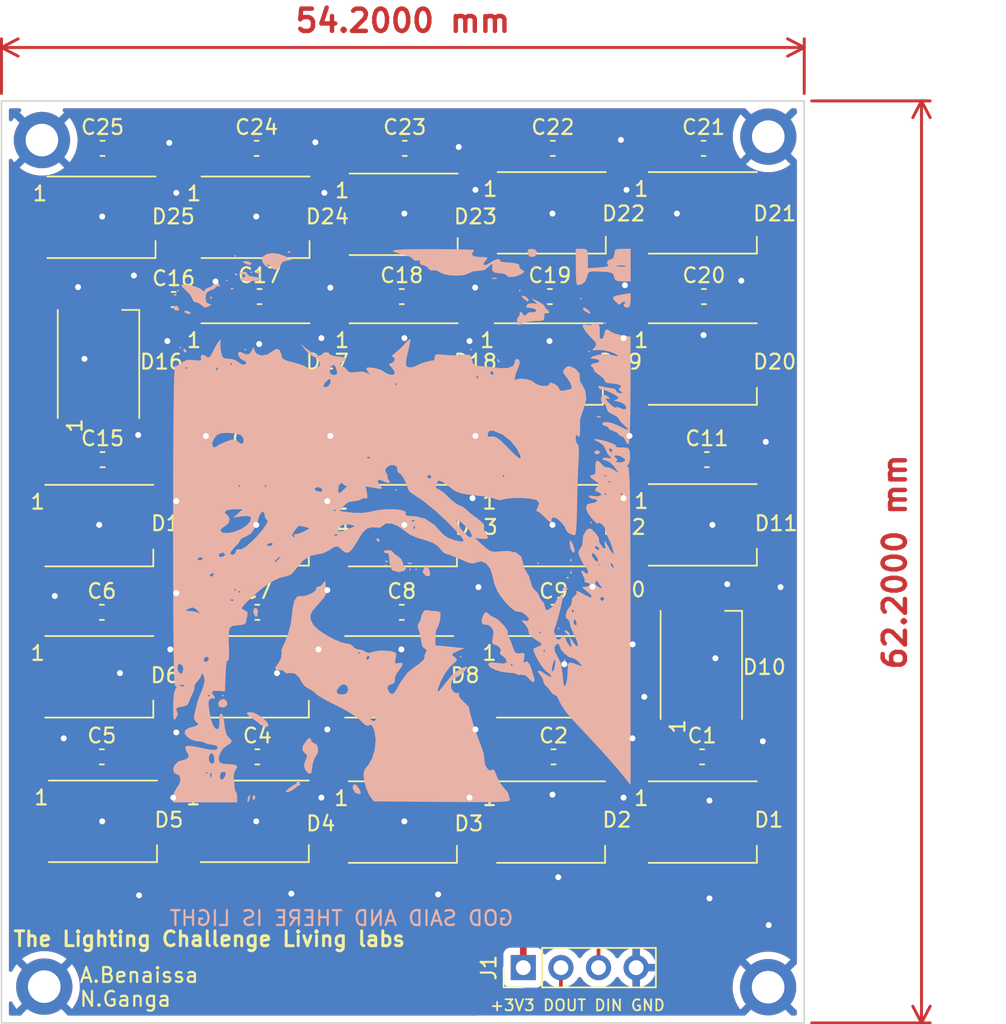
<source format=kicad_pcb>
(kicad_pcb (version 20221018) (generator pcbnew)
  (layers (0 "F.Cu" signal) (31 "B.Cu" signal) (34 "B.Paste" user) (35 "F.Paste" user) (36 "B.SilkS" user "B.Silkscreen") (37 "F.SilkS" user "F.Silkscreen") (38 "B.Mask" user) (39 "F.Mask" user) (44 "Edge.Cuts" user))
  (net 0 "")
  (net 1 "+3V3")
  (net 2 "GND")
  (net 3 "DIN")
  (net 4 "DTUS")
  (net 5 "DOUT")
  (net 6 "/LED's/Data-1")
  (net 7 "/LED's/Data-2")
  (net 8 "/LED's/Data-3")
  (net 9 "/LED's/Data-4")
  (net 10 "/LED's/Data-5")
  (net 11 "/LED's/Data-6")
  (net 12 "/LED's/Data-7")
  (net 13 "/LED's/Data-8")
  (net 14 "/LED's/Data-9")
  (net 15 "/LED's/Data-10")
  (net 16 "/LED's/Data-11")
  (net 17 "/LED's/Data-12")
  (net 18 "/LED's/Data-13")
  (net 19 "/LED's/Data-15")
  (net 20 "/LED's/Data-16")
  (net 21 "/LED's/Data-17")
  (net 22 "/LED's/Data-18")
  (net 23 "/LED's/Data-19")
  (net 24 "/LED's/Data-20")
  (net 25 "/LED's/Data-21")
  (net 26 "/LED's/Data-22")
  (net 27 "/LED's/Data-23")
  (net 28 "/LED's/Data-24")
  (footprint "Capacitor_SMD:C_0603_1608Metric" (layer "F.Cu") (at 155.425 73.2)
    (fp_text reference "C22")
    (fp_text value "0.1u" hide)
  )
  (footprint "LED_SMD:LED_WS2812B_PLCC4_5.0x5.0mm_P3.2mm" (layer "F.Cu") (at 155.15 87.75)
    (fp_text reference "D19")
    (fp_text value "WS2812B" hide)
  )
  (footprint "LED_SMD:LED_WS2812B_PLCC4_5.0x5.0mm_P3.2mm" (layer "F.Cu") (at 145.35 87.75)
    (fp_text reference "D18")
    (fp_text value "WS2812B" hide)
  )
  (footprint "LED_SMD:LED_WS2812B_PLCC4_5.0x5.0mm_P3.2mm" (layer "F.Cu") (at 124.8 108.85)
    (fp_text reference "D6")
    (fp_text value "WS2812B" hide)
  )
  (footprint "Capacitor_SMD:C_0603_1608Metric" (layer "F.Cu") (at 145.225 104.5)
    (fp_text reference "C8")
    (fp_text value "0.1u" hide)
  )
  (footprint "Capacitor_SMD:C_0603_1608Metric" (layer "F.Cu") (at 155.225 83.2)
    (fp_text reference "C19")
    (fp_text value "0.1u" hide)
  )
  (footprint "LED_SMD:LED_WS2812B_PLCC4_5.0x5.0mm_P3.2mm" (layer "F.Cu") (at 124.95 77.85)
    (fp_text reference "D25")
    (fp_text value "WS2812B" hide)
  )
  (footprint "LED_SMD:LED_WS2812B_PLCC4_5.0x5.0mm_P3.2mm" (layer "F.Cu") (at 145.3 98.65)
    (fp_text reference "D13")
    (fp_text value "WS2812B" hide)
  )
  (footprint "Capacitor_SMD:C_0603_1608Metric" (layer "F.Cu") (at 165.625 83.2)
    (fp_text reference "C20")
    (fp_text value "0.1u" hide)
  )
  (footprint "LED_SMD:LED_WS2812B_PLCC4_5.0x5.0mm_P3.2mm" (layer "F.Cu") (at 155.35 77.55)
    (fp_text reference "D22")
    (fp_text value "WS2812B" hide)
  )
  (footprint "Capacitor_SMD:C_0603_1608Metric" (layer "F.Cu") (at 165.825 94.2)
    (fp_text reference "C11")
    (fp_text value "0.1u" hide)
  )
  (footprint "LED_SMD:LED_WS2812B_PLCC4_5.0x5.0mm_P3.2mm" (layer "F.Cu") (at 145.3 118.65)
    (fp_text reference "D3")
    (fp_text value "WS2812B" hide)
  )
  (footprint "LED_SMD:LED_WS2812B_PLCC4_5.0x5.0mm_P3.2mm" (layer "F.Cu") (at 165.55 77.55)
    (fp_text reference "D21")
    (fp_text value "WS2812B" hide)
  )
  (footprint "LED_SMD:LED_WS2812B_PLCC4_5.0x5.0mm_P3.2mm" (layer "F.Cu") (at 125.05 118.6)
    (fp_text reference "D5")
    (fp_text value "WS2812B" hide)
  )
  (footprint "LED_SMD:LED_WS2812B_PLCC4_5.0x5.0mm_P3.2mm" (layer "F.Cu") (at 135.35 77.85)
    (fp_text reference "D24")
    (fp_text value "WS2812B" hide)
  )
  (footprint "Capacitor_SMD:C_0603_1608Metric" (layer "F.Cu") (at 155.475 114.25)
    (fp_text reference "C2")
    (fp_text value "0.1u" hide)
  )
  (footprint "LED_SMD:LED_WS2812B_PLCC4_5.0x5.0mm_P3.2mm" (layer "F.Cu") (at 135.35 87.75)
    (fp_text reference "D17")
    (fp_text value "WS2812B" hide)
  )
  (footprint "LED_SMD:LED_WS2812B_PLCC4_5.0x5.0mm_P3.2mm" (layer "F.Cu") (at 155.3 98.65)
    (fp_text reference "D12")
    (fp_text value "WS2812B" hide)
  )
  (footprint "Capacitor_SMD:C_0603_1608Metric" (layer "F.Cu") (at 155.475 104.5)
    (fp_text reference "C9")
    (fp_text value "0.1u" hide)
  )
  (footprint "Capacitor_SMD:C_0603_1608Metric" (layer "F.Cu") (at 129.825 83.4)
    (fp_text reference "C16")
    (fp_text value "0.1u" hide)
  )
  (footprint "Capacitor_SMD:C_0603_1608Metric" (layer "F.Cu") (at 165.6 73.2)
    (fp_text reference "C21")
    (fp_text value "0.1u" hide)
  )
  (footprint "Capacitor_SMD:C_0603_1608Metric" (layer "F.Cu") (at 160.225 104.4)
    (fp_text reference "C10")
    (fp_text value "0.1u" hide)
  )
  (footprint "LED_SMD:LED_WS2812B_PLCC4_5.0x5.0mm_P3.2mm" (layer "F.Cu") (at 145.05 108.85)
    (fp_text reference "D8")
    (fp_text value "WS2812B" hide)
  )
  (footprint "Capacitor_SMD:C_0603_1608Metric" (layer "F.Cu") (at 145.425 94.2)
    (fp_text reference "C13")
    (fp_text value "0.1u" hide)
  )
  (footprint "Capacitor_SMD:C_0603_1608Metric" (layer "F.Cu") (at 145.425 73.2)
    (fp_text reference "C23")
    (fp_text value "0.1u" hide)
  )
  (footprint "MountingHole:MountingHole_2.2mm_M2_DIN965_Pad" (layer "F.Cu") (at 169.97 72.41)
    (fp_text reference "H1" hide)
    (fp_text value "MountingHole_Pad" hide)
  )
  (footprint "MountingHole:MountingHole_2.2mm_M2_DIN965_Pad" (layer "F.Cu") (at 169.96 129.79)
    (fp_text reference "H4" hide)
    (fp_text value "MountingHole_Pad" hide)
  )
  (footprint "Capacitor_SMD:C_0603_1608Metric" (layer "F.Cu") (at 135.625 83.2)
    (fp_text reference "C17")
    (fp_text value "0.1u" hide)
  )
  (footprint "LED_SMD:LED_WS2812B_PLCC4_5.0x5.0mm_P3.2mm" (layer "F.Cu") (at 155.3 118.65)
    (fp_text reference "D2")
    (fp_text value "WS2812B" hide)
  )
  (footprint "Capacitor_SMD:C_0603_1608Metric" (layer "F.Cu") (at 135.475 114.25)
    (fp_text reference "C4")
    (fp_text value "0.1u" hide)
  )
  (footprint "LED_SMD:LED_WS2812B_PLCC4_5.0x5.0mm_P3.2mm" (layer "F.Cu") (at 155.3 108.85)
    (fp_text reference "D9")
    (fp_text value "WS2812B" hide)
  )
  (footprint "Capacitor_SMD:C_0603_1608Metric" (layer "F.Cu") (at 135.475 104.5)
    (fp_text reference "C7")
    (fp_text value "0.1u" hide)
  )
  (footprint "Capacitor_SMD:C_0603_1608Metric" (layer "F.Cu") (at 124.975 104.5)
    (fp_text reference "C6")
    (fp_text value "0.1u" hide)
  )
  (footprint "Capacitor_SMD:C_0603_1608Metric" (layer "F.Cu") (at 155.425 94.2)
    (fp_text reference "C12")
    (fp_text value "0.1u" hide)
  )
  (footprint "MountingHole:MountingHole_2.2mm_M2_DIN965_Pad" (layer "F.Cu") (at 121.09 129.75)
    (fp_text reference "H3" hide)
    (fp_text value "MountingHole_Pad" hide)
  )
  (footprint "Capacitor_SMD:C_0603_1608Metric" (layer "F.Cu") (at 165.5 114.25)
    (fp_text reference "C1")
    (fp_text value "0.1u" hide)
  )
  (footprint "LED_SMD:LED_WS2812B_PLCC4_5.0x5.0mm_P3.2mm" (layer "F.Cu") (at 135.3 98.6)
    (fp_text reference "D14")
    (fp_text value "WS2812B" hide)
  )
  (footprint "LED_SMD:LED_WS2812B_PLCC4_5.0x5.0mm_P3.2mm" (layer "F.Cu") (at 165.55 87.75)
    (fp_text reference "D20")
    (fp_text value "WS2812B" hide)
  )
  (footprint "LED_SMD:LED_WS2812B_PLCC4_5.0x5.0mm_P3.2mm" (layer "F.Cu") (at 165.55 98.6)
    (fp_text reference "D11")
    (fp_text value "WS2812B" hide)
  )
  (footprint "LED_SMD:LED_WS2812B_PLCC4_5.0x5.0mm_P3.2mm" (layer "F.Cu") (at 124.8 98.65)
    (fp_text reference "D15")
    (fp_text value "WS2812B" hide)
  )
  (footprint "LED_SMD:LED_WS2812B_PLCC4_5.0x5.0mm_P3.2mm" (layer "F.Cu") (at 165.45 108.05 90)
    (fp_text reference "D10")
    (fp_text value "WS2812B" hide)
  )
  (footprint "LED_SMD:LED_WS2812B_PLCC4_5.0x5.0mm_P3.2mm" (layer "F.Cu") (at 145.35 77.65)
    (fp_text reference "D23")
    (fp_text value "WS2812B" hide)
  )
  (footprint "LED_SMD:LED_WS2812B_PLCC4_5.0x5.0mm_P3.2mm" (layer "F.Cu") (at 124.75 87.75 90)
    (fp_text reference "D16")
    (fp_text value "WS2812B" hide)
  )
  (footprint "Capacitor_SMD:C_0603_1608Metric" (layer "F.Cu") (at 124.975 114.25)
    (fp_text reference "C5")
    (fp_text value "0.1u" hide)
  )
  (footprint "Capacitor_SMD:C_0603_1608Metric" (layer "F.Cu") (at 135.225 94.2)
    (fp_text reference "C14")
    (fp_text value "0.1u" hide)
  )
  (footprint "LED_SMD:LED_WS2812B_PLCC4_5.0x5.0mm_P3.2mm" (layer "F.Cu") (at 135.3 118.6)
    (fp_text reference "D4")
    (fp_text value "WS2812B" hide)
  )
  (footprint "Capacitor_SMD:C_0603_1608Metric" (layer "F.Cu") (at 125.025 94.2)
    (fp_text reference "C15")
    (fp_text value "0.1u" hide)
  )
  (footprint "Connector_PinHeader_2.54mm:PinHeader_1x04_P2.54mm_Vertical" (layer "F.Cu") (at 153.43 128.47 90)
    (fp_text reference "J1")
    (fp_text value "Conn_01x04_Socket" hide)
  )
  (footprint "Capacitor_SMD:C_0603_1608Metric" (layer "F.Cu") (at 145.475 114.25)
    (fp_text reference "C3")
    (fp_text value "0.1u" hide)
  )
  (footprint "Capacitor_SMD:C_0603_1608Metric" (layer "F.Cu") (at 145.225 83.2)
    (fp_text reference "C18")
    (fp_text value "0.1u" hide)
  )
  (footprint "Capacitor_SMD:C_0603_1608Metric" (layer "F.Cu") (at 125.025 73.2)
    (fp_text reference "C25")
    (fp_text value "0.1u" hide)
  )
  (footprint "LED_SMD:LED_WS2812B_PLCC4_5.0x5.0mm_P3.2mm" (layer "F.Cu") (at 135.3 108.85)
    (fp_text reference "D7")
    (fp_text value "WS2812B" hide)
  )
  (footprint "LED_SMD:LED_WS2812B_PLCC4_5.0x5.0mm_P3.2mm" (layer "F.Cu") (at 165.55 118.65)
    (fp_text reference "D1")
    (fp_text value "WS2812B" hide)
  )
  (footprint "MountingHole:MountingHole_2.2mm_M2_DIN965_Pad" (layer "F.Cu") (at 120.93 72.64)
    (fp_text reference "H2" hide)
    (fp_text value "MountingHole_Pad" hide)
  )
  (footprint "Capacitor_SMD:C_0603_1608Metric" (layer "F.Cu") (at 135.425 73.2)
    (fp_text reference "C24")
    (fp_text value "0.1u" hide)
  )
  (footprint "LOGO" (layer "B.Cu") (at 145.3 98.65 180)
    (fp_text reference "G***" hide)
    (fp_text value "LOGO" hide)
  )
  (gr_rect (start 118.2 70) (end 172.4 132.2) (stroke (width 0.1)) (fill none) (layer "Edge.Cuts"))
  (gr_text "GOD SAID AND THERE IS LIGHT" (at 152.85 125.72) (layer "B.SilkS") (effects (font (size 1 1)) (justify left bottom mirror)))
  (gr_text "The Lighting Challenge Living labs" (at 118.91 127.12) (layer "F.SilkS") (effects (font (size 1 1) (thickness 0.2) bold) (justify left bottom)))
  (gr_text "+3V3 DOUT DIN GND" (at 151.12 131.45) (layer "F.SilkS") (effects (font (size 0.75 0.75) (thickness 0.12)) (justify left bottom)))
  (gr_text "A.Benaissa\nN.Ganga" (at 123.4 131.17) (layer "F.SilkS") (effects (font (size 1 1)) (justify left bottom)))
  (dimension (type aligned) (layer "F.Cu") (pts (xy 118.2 70) (xy 172.4 70)) (height -3.6044) (gr_text "54,2000 mm" (at 145.3 64.5956) (layer "F.Cu") (effects (font (size 1.5 1.5) (thickness 0.3)))) (format (prefix "") (suffix "") (units 3) (units_format 1) (precision 4)) (style (thickness 0.2) (arrow_length 1.27) (text_position_mode 0) (extension_height 0.58642) (extension_offset 0.5) keep_text_aligned))
  (dimension (type aligned) (layer "F.Cu") (pts (xy 172.4 70) (xy 172.4 132.2)) (height -7.9146) (gr_text "62,2000 mm" (at 178.5146 101.1 90) (layer "F.Cu") (effects (font (size 1.5 1.5) (thickness 0.3)))) (format (prefix "") (suffix "") (units 3) (units_format 1) (precision 4)) (style (thickness 0.2) (arrow_length 1.27) (text_position_mode 0) (extension_height 0.58642) (extension_offset 0.5) keep_text_aligned))
  (segment (start 134.2 74.6) (end 132.9 75.9) (width 0.25) (layer "F.Cu") (net 1))
  (segment (start 153.43 126.44) (end 156.24 123.63) (width 0.45) (layer "F.Cu") (net 1))
  (segment (start 144.7 115.1) (end 145.2 115.6) (width 0.25) (layer "F.Cu") (net 1))
  (segment (start 124.4 106) (end 123.2 107.2) (width 0.25) (layer "F.Cu") (net 1))
  (segment (start 124.2 115.6) (end 122.85 116.95) (width 0.25) (layer "F.Cu") (net 1))
  (segment (start 155 115.6) (end 153.6 117) (width 0.25) (layer "F.Cu") (net 1))
  (segment (start 164.725 114.25) (end 163.8 113.325) (width 0.45) (layer "F.Cu") (net 1))
  (segment (start 123.2 107.2) (end 122.35 107.2) (width 0.25) (layer "F.Cu") (net 1))
  (segment (start 144.7 114.25) (end 144.7 115.1) (width 0.25) (layer "F.Cu") (net 1))
  (segment (start 164.4 74.6) (end 164.2 74.6) (width 0.45) (layer "F.Cu") (net 1))
  (segment (start 142.85 117) (end 142.85 116.95) (width 0.25) (layer "F.Cu") (net 1))
  (segment (start 164.8 122.08) (end 164.8 118.52) (width 0.45) (layer "F.Cu") (net 1))
  (segment (start 125 74.6) (end 124.25 73.85) (width 0.25) (layer "F.Cu") (net 1))
  (segment (start 164.2 95.05) (end 165.05 94.2) (width 0.25) (layer "F.Cu") (net 1))
  (segment (start 123.1 93.05) (end 123.1 90.2) (width 0.45) (layer "F.Cu") (net 1))
  (segment (start 124.25 94.2) (end 123.1 93.05) (width 0.45) (layer "F.Cu") (net 1))
  (segment (start 132.85 96.55) (end 132.85 96.95) (width 0.25) (layer "F.Cu") (net 1))
  (segment (start 135.2 74.6) (end 134.65 74.05) (width 0.25) (layer "F.Cu") (net 1))
  (segment (start 161.2 115.6) (end 156.05 115.6) (width 0.45) (layer "F.Cu") (net 1))
  (segment (start 154.65 94.2) (end 154.65 94.65) (width 0.25) (layer "F.Cu") (net 1))
  (segment (start 154.7 105.3) (end 154.7 104.5) (width 0.25) (layer "F.Cu") (net 1))
  (segment (start 154 95.6) (end 145.2 95.6) (width 0.45) (layer "F.Cu") (net 1))
  (segment (start 162.6 117) (end 161.2 115.6) (width 0.45) (layer "F.Cu") (net 1))
  (segment (start 164.8 96.2) (end 164.2 95.6) (width 0.45) (layer "F.Cu") (net 1))
  (segment (start 134.45 95.25) (end 134.8 95.6) (width 0.25) (layer "F.Cu") (net 1))
  (segment (start 164.8 107.2) (end 163.8 108.2) (width 0.45) (layer "F.Cu") (net 1))
  (segment (start 144.2 115.6) (end 135.6 115.6) (width 0.45) (layer "F.Cu") (net 1))
  (segment (start 163.1 75.3) (end 163.1 75.9) (width 0.25) (layer "F.Cu") (net 1))
  (segment (start 153.43 128.47) (end 153.43 126.44) (width 0.45) (layer "F.Cu") (net 1))
  (segment (start 152.85 96.75) (end 154 95.6) (width 0.25) (layer "F.Cu") (net 1))
  (segment (start 142.85 97) (end 142.85 96.75) (width 0.25) (layer "F.Cu") (net 1))
  (segment (start 134.05 106) (end 132.85 107.2) (width 0.25) (layer "F.Cu") (net 1))
  (segment (start 135.2 74.6) (end 134.2 74.6) (width 0.45) (layer "F.Cu") (net 1))
  (segment (start 125.55 115.6) (end 124.2 114.25) (width 0.25) (layer "F.Cu") (net 1))
  (segment (start 124.6 106) (end 124.2 105.6) (width 0.25) (layer "F.Cu") (net 1))
  (segment (start 164.2 74.6) (end 163.8 74.6) (width 0.45) (layer "F.Cu") (net 1))
  (segment (start 164.2 95.6) (end 155.6 95.6) (width 0.45) (layer "F.Cu") (net 1))
  (segment (start 123.1 90.2) (end 123.4 90.2) (width 0.25) (layer "F.Cu") (net 1))
  (segment (start 144.4 74.6) (end 135.2 74.6) (width 0.45) (layer "F.Cu") (net 1))
  (segment (start 164.8 107.2) (end 164.8 103.2) (width 0.45) (layer "F.Cu") (net 1))
  (segment (start 145.2 95.6) (end 144 95.6) (width 0.45) (layer "F.Cu") (net 1))
  (segment (start 132.9 75.9) (end 132.9 76.2) (width 0.25) (layer "F.Cu") (net 1))
  (segment (start 135.4 106) (end 134.7 105.3) (width 0.25) (layer "F.Cu") (net 1))
  (segment (start 155 115.6) (end 145.2 115.6) (width 0.45) (layer "F.Cu") (net 1))
  (segment (start 159.45 104.4) (end 157.85 106) (width 0.45) (layer "F.Cu") (net 1))
  (segment (start 145.2 74.6) (end 144.4 74.6) (width 0.45) (layer "F.Cu") (net 1))
  (segment (start 134.65 74.05) (end 134.65 73.2) (width 0.25) (layer "F.Cu") (net 1))
  (segment (start 143.4 106) (end 135.4 106) (width 0.45) (layer "F.Cu") (net 1))
  (segment (start 142.6 106.8) (end 142.6 107.2) (width 0.25) (layer "F.Cu") (net 1))
  (segment (start 135.4 106) (end 134.2 106) (width 0.45) (layer "F.Cu") (net 1))
  (segment (start 134.2 74.6) (end 125 74.6) (width 0.45) (layer "F.Cu") (net 1))
  (segment (start 163.05 85) (end 164.85 83.2) (width 0.45) (layer "F.Cu") (net 1))
  (segment (start 145.4 106) (end 144.45 105.05) (width 0.25) (layer "F.Cu") (net 1))
  (segment (start 124.25 73.85) (end 124.25 73.2) (width 0.25) (layer "F.Cu") (net 1))
  (segment (start 164.825 73.975) (end 164.825 73.2) (width 0.25) (layer "F.Cu") (net 1))
  (segment (start 141.2 85) (end 143.6 85) (width 0.45) (layer "F.Cu") (net 1))
  (segment (start 152.9 75.7) (end 152.9 75.9) (width 0.25) (layer "F.Cu") (net 1))
  (segment (start 153.6 117) (end 152.85 117) (width 0.25) (layer "F.Cu") (net 1))
  (segment (start 154.65 73.2) (end 154.65 73.85) (width 0.25) (layer "F.Cu") (net 1))
  (segment (start 154.65 73.85) (end 155.4 74.6) (width 0.25) (layer "F.Cu") (net 1))
  (segment (start 144.4 74.6) (end 144.3 74.6) (width 0.25) (layer "F.Cu") (net 1))
  (segment (start 134.7 114.7) (end 135.6 115.6) (width 0.25) (layer "F.Cu") (net 1))
  (segment (start 124.1 74.6) (end 122.5 76.2) (width 0.25) (layer "F.Cu") (net 1))
  (segment (start 165.6 75.8) (end 164.4 74.6) (width 0.45) (layer "F.Cu") (net 1))
  (segment (start 164.8 118.7) (end 163.1 117) (width 0.45) (layer "F.Cu") (net 1))
  (segment (start 164.8 103.2) (end 160.65 103.2) (width 0.45) (layer "F.Cu") (net 1))
  (segment (start 129.05 84.25) (end 129.05 83.4) (width 0.25) (layer "F.Cu") (net 1))
  (segment (start 123.4 90.2) (end 128.6 85) (width 0.45) (layer "F.Cu") (net 1))
  (segment (start 164.2 74.6) (end 164.825 73.975) (width 0.25) (layer "F.Cu") (net 1))
  (segment (start 134.2 106) (end 124.6 106) (width 0.45) (layer "F.Cu") (net 1))
  (segment (start 151.2 85) (end 151.6 85) (width 0.25) (layer "F.Cu") (net 1))
  (segment (start 164.15 96.95) (end 164.8 97.6) (width 0.25) (layer "F.Cu") (net 1))
  (segment (start 156.05 115.6) (end 154.7 114.25) (width 0.25) (layer "F.Cu") (net 1))
  (segment (start 143.6 85) (end 151.2 85) (width 0.45) (layer "F.Cu") (net 1))
  (segment (start 145.4 106) (end 143.4 106) (width 0.45) (layer "F.Cu") (net 1))
  (segment (start 144.65 74.05) (end 144.65 73.2) (width 0.25) (layer "F.Cu") (net 1))
  (segment (start 128.6 85) (end 129.8 85) (width 0.45) (layer "F.Cu") (net 1))
  (segment (start 155.4 106) (end 153.6 106) (width 0.45) (layer "F.Cu") (net 1))
  (segment (start 135.6 115.6) (end 134.2 115.6) (width 0.45) (layer "F.Cu") (net 1))
  (segment (start 156.24 123.63) (end 163.25 123.63) (width 0.45) (layer "F.Cu") (net 1))
  (segment (start 151.6 85) (end 152.7 86.1) (width 0.25) (layer "F.Cu") (net 1))
  (segment (start 161.4 85) (end 163.05 85) (width 0.45) (layer "F.Cu") (net 1))
  (segment (start 134.2 85) (end 141.2 85) (width 0.45) (layer "F.Cu") (net 1))
  (segment (start 124.6 106) (end 124.4 106) (width 0.25) (layer "F.Cu") (net 1))
  (segment (start 164.8 98.3) (end 164.8 97.6) (width 0.45) (layer "F.Cu") (net 1))
  (segment (start 164.8 118.52) (end 164.8 114.325) (width 0.45) (layer "F.Cu") (net 1))
  (segment (start 124.8 95.6) (end 123.75 95.6) (width 0.25) (layer "F.Cu") (net 1))
  (segment (start 131.4 85) (end 131.8 85) (width 0.25) (layer "F.Cu") (net 1))
  (segment (start 144.45 105.05) (end 144.45 104.5) (width 0.25) (layer "F.Cu") (net 1))
  (segment (start 154.45 83.2) (end 154.45 84.35) (width 0.25) (layer "F.Cu") (net 1))
  (segment (start 153.8 85) (end 161.4 85) (width 0.45) (layer "F.Cu") (net 1))
  (segment (start 142.85 116.95) (end 144.2 115.6) (width 0.25) (layer "F.Cu") (net 1))
  (segment (start 152.85 106.75) (end 152.85 107.2) (width 0.25) (layer "F.Cu") (net 1))
  (segment (start 163.8 74.6) (end 163.1 75.3) (width 0.25) (layer "F.Cu") (net 1))
  (segment (start 154 74.6) (end 145.2 74.6) (width 0.45) (layer "F.Cu") (net 1))
  (segment (start 155.4 74.6) (end 154 74.6) (width 0.45) (layer "F.Cu") (net 1))
  (segment (start 142.9 86.1) (end 141.8 85) (width 0.25) (layer "F.Cu") (net 1))
  (segment (start 164.2 95.6) (end 164.2 95.05) (width 0.25) (layer "F.Cu") (net 1))
  (segment (start 163.25 123.63) (end 164.8 122.08) (width 0.45) (layer "F.Cu") (net 1))
  (segment (start 134.85 84.35) (end 134.2 85) (width 0.25) (layer "F.Cu") (net 1))
  (segment (start 145.2 115.6) (end 144.2 115.6) (width 0.25) (layer "F.Cu") (net 1))
  (segment (start 164.85 81.95) (end 165.6 81.2) (width 0.45) (layer "F.Cu") (net 1))
  (segment (start 163.1 96.95) (end 164.15 96.95) (width 0.25) (layer "F.Cu") (net 1))
  (segment (start 164.8 118.7) (end 164.8 118.52) (width 0.25) (layer "F.Cu") (net 1))
  (segment (start 134.7 105.3) (end 134.7 104.5) (width 0.25) (layer "F.Cu") (net 1))
  (segment (start 134.2 106) (end 134.05 106) (width 0.25) (layer "F.Cu") (net 1))
  (segment (start 124.25 95.05) (end 124.25 94.2) (width 0.45) (layer "F.Cu") (net 1))
  (segment (start 153.6 106) (end 152.85 106.75) (width 0.25) (layer "F.Cu") (net 1))
  (segment (start 144.45 83.2) (end 144.45 84.15) (width 0.25) (layer "F.Cu") (net 1))
  (segment (start 133.8 95.6) (end 124.8 95.6) (width 0.45) (layer "F.Cu") (net 1))
  (segment (start 144 95.6) (end 134.8 95.6) (width 0.45) (layer "F.Cu") (net 1))
  (segment (start 131.8 85) (end 132.9 86.1) (width 0.25) (layer "F.Cu") (net 1))
  (segment (start 123.75 95.6) (end 122.35 97) (width 0.25) (layer "F.Cu") (net 1))
  (segment (start 144.45 84.15) (end 143.6 85) (width 0.25) (layer "F.Cu") (net 1))
  (segment (start 164.8 97.6) (end 164.8 96.2) (width 0.45) (layer "F.Cu") (net 1))
  (segment (start 165.6 81.2) (end 165.6 75.8) (width 0.45) (layer "F.Cu") (net 1))
  (segment (start 154.65 94.65) (end 155.6 95.6) (width 0.25) (layer "F.Cu") (net 1))
  (segment (start 144.3 74.6) (end 142.9 76) (width 0.25) (layer "F.Cu") (net 1))
  (segment (start 124.2 105.6) (end 124.2 104.5) (width 0.25) (layer "F.Cu") (net 1))
  (segment (start 157.85 106) (end 155.4 106) (width 0.45) (layer "F.Cu") (net 1))
  (segment (start 161.4 85) (end 162 85) (width 0.25) (layer "F.Cu") (net 1))
  (segment (start 164.8 103.2) (end 164.8 98.35) (width 0.45) (layer "F.Cu") (net 1))
  (segment (start 163.1 117) (end 162.6 117) (width 0.25) (layer "F.Cu") (net 1))
  (segment (start 164.85 83.2) (end 164.85 81.95) (width 0.45) (layer "F.Cu") (net 1))
  (segment (start 142.85 96.75) (end 144 95.6) (width 0.25) (layer "F.Cu") (net 1))
  (segment (start 152.85 97) (end 152.85 96.75) (width 0.25) (layer "F.Cu") (net 1))
  (segment (start 133.8 95.6) (end 132.85 96.55) (width 0.25) (layer "F.Cu") (net 1))
  (segment (start 143.4 106) (end 142.6 106.8) (width 0.25) (layer "F.Cu") (net 1))
  (segment (start 134.8 95.6) (end 133.8 95.6) (width 0.45) (layer "F.Cu") (net 1))
  (segment (start 162 85) (end 163.1 86.1) (width 0.25) (layer "F.Cu") (net 1))
  (segment (start 132.85 116.95) (end 134.2 115.6) (width 0.25) (layer "F.Cu") (net 1))
  (segment (start 144.65 94.2) (end 144.65 95.05) (width 0.25) (layer "F.Cu") (net 1))
  (segment (start 163.8 113.325) (end 163.8 110.5) (width 0.45) (layer "F.Cu") (net 1))
  (segment (start 134.85 83.2) (end 134.85 84.35) (width 0.25) (layer "F.Cu") (net 1))
  (segment (start 155.4 106) (end 154.7 105.3) (width 0.25) (layer "F.Cu") (net 1))
  (segment (start 145.2 74.6) (end 144.65 74.05) (width 0.25) (layer "F.Cu") (net 1))
  (segment (start 134.2 115.6) (end 125.55 115.6) (width 0.45) (layer "F.Cu") (net 1))
  (segment (start 155.6 95.6) (end 154 95.6) (width 0.45) (layer "F.Cu") (net 1))
  (segment (start 141.8 85) (end 141.2 85) (width 0.25) (layer "F.Cu") (net 1))
  (segment (start 144.65 95.05) (end 145.2 95.6) (width 0.25) (layer "F.Cu") (net 1))
  (segment (start 160.65 103.2) (end 159.45 104.4) (width 0.45) (layer "F.Cu") (net 1))
  (segment (start 131.4 85) (end 134.2 85) (width 0.45) (layer "F.Cu") (net 1))
  (segment (start 134.45 94.2) (end 134.45 95.25) (width 0.25) (layer "F.Cu") (net 1))
  (segment (start 124.8 95.6) (end 124.25 95.05) (width 0.45) (layer "F.Cu") (net 1))
  (segment (start 129.8 85) (end 131.4 85) (width 0.45) (layer "F.Cu") (net 1))
  (segment (start 134.7 114.25) (end 134.7 114.7) (width 0.25) (layer "F.Cu") (net 1))
  (segment (start 156.05 115.6) (end 155 115.6) (width 0.45) (layer "F.Cu") (net 1))
  (segment (start 151.2 85) (end 153.8 85) (width 0.45) (layer "F.Cu") (net 1))
  (segment (start 129.8 85) (end 129.05 84.25) (width 0.25) (layer "F.Cu") (net 1))
  (segment (start 125.55 115.6) (end 124.2 115.6) (width 0.45) (layer "F.Cu") (net 1))
  (segment (start 163.8 74.6) (end 155.4 74.6) (width 0.45) (layer "F.Cu") (net 1))
  (segment (start 153.6 106) (end 145.4 106) (width 0.45) (layer "F.Cu") (net 1))
  (segment (start 154.45 84.35) (end 153.8 85) (width 0.25) (layer "F.Cu") (net 1))
  (segment (start 163.8 108.2) (end 163.8 110.5) (width 0.45) (layer "F.Cu") (net 1))
  (segment (start 122.85 116.95) (end 122.6 116.95) (width 0.25) (layer "F.Cu") (net 1))
  (segment (start 125 74.6) (end 124.1 74.6) (width 0.45) (layer "F.Cu") (net 1))
  (segment (start 154 74.6) (end 152.9 75.7) (width 0.25) (layer "F.Cu") (net 1))
  (segment (start 148.98 73.2) (end 149.07 73.11) (width 0.25) (layer "F.Cu") (net 2))
  (segment (start 137.75 110.5) (end 138.3 110.5) (width 0.25) (layer "F.Cu") (net 2))
  (segment (start 161 106.47) (end 160.81 106.66) (width 0.25) (layer "F.Cu") (net 2))
  (segment (start 166.4 83.2) (end 167 83.2) (width 0.25) (layer "F.Cu") (net 2))
  (segment (start 140.2 102.7) (end 140.2 103) (width 0.25) (layer "F.Cu") (net 2))
  (segment (start 150.25 102.8) (end 150.4 102.8) (width 0.25) (layer "F.Cu") (net 2))
  (segment (start 156.25 104.5) (end 156.38 104.5) (width 0.25) (layer "F.Cu") (net 2))
  (segment (start 157.75 120.3) (end 157.75 120.41) (width 0.25) (layer "F.Cu") (net 2))
  (segment (start 130 103.05) (end 130 103.2) (width 0.25) (layer "F.Cu") (net 2))
  (segment (start 167.1 102.7) (end 167.2 102.6) (width 0.25) (layer "F.Cu") (net 2))
  (segment (start 157.75 110.5) (end 158.3 110.5) (width 0.25) (layer "F.Cu") (net 2))
  (segment (start 157.6 89.4) (end 157.6 89.6) (width 0.25) (layer "F.Cu") (net 2))
  (segment (start 147.5 110.5) (end 148.3 110.5) (width 0.25) (layer "F.Cu") (net 2))
  (via (at 127.43 92.54) (size 0.8) (drill 0.4) (layers "F.Cu" "B.Cu") (net 2))
  (via (at 160.4 76) (size 0.8) (drill 0.4) (layers "F.Cu" "B.Cu") (net 2))
  (via (at 139.6 107) (size 0.8) (drill 0.4) (layers "F.Cu" "B.Cu") (net 2))
  (via (at 130 76.2) (size 0.8) (drill 0.4) (layers "F.Cu" "B.Cu") (net 2))
  (via (at 149.07 73.11) (size 0.8) (drill 0.4) (layers "F.Cu" "B.Cu") (net 2))
  (via (at 127.14 81.78) (size 0.8) (drill 0.4) (layers "F.Cu" "B.Cu") (net 2))
  (via (at 160.29 82.43) (size 0.8) (drill 0.4) (layers "F.Cu" "B.Cu") (net 2))
  (via (at 150.2 92.6) (size 0.8) (drill 0.4) (layers "F.Cu" "B.Cu") (net 2))
  (via (at 150.4 102.8) (size 0.8) (drill 0.4) (layers "F.Cu" "B.Cu") (net 2))
  (via (at 160.81 106.66) (size 0.8) (drill 0.4) (layers "F.Cu" "B.Cu") (net 2))
  (via (at 135.4 77.8) (size 0.8) (drill 0.4) (layers "F.Cu" "B.Cu") (net 2))
  (via (at 125 77.8) (size 0.8) (drill 0.4) (layers "F.Cu" "B.Cu") (net 2))
  (via (at 126.2 108.6) (size 0.8) (drill 0.4) (layers "F.Cu" "B.Cu") (net 2))
  (via (at 121.8 103.4) (size 0.8) (drill 0.4) (layers "F.Cu" "B.Cu") (net 2))
  (via (at 166.4 107.6) (size 0.8) (drill 0.4) (layers "F.Cu" "B.Cu") (net 2))
  (via (at 170 125.6) (size 0.8) (drill 0.4) (layers "F.Cu" "B.Cu") (net 2))
  (via (at 129.4 86.2) (size 0.8) (drill 0.4) (layers "F.Cu" "B.Cu") (net 2))
  (via (at 145.4 86) (size 0.8) (drill 0.4) (layers "F.Cu" "B.Cu") (net 2))
  (via (at 149.8 117) (size 0.8) (drill 0.4) (layers "F.Cu" "B.Cu") (net 2))
  (via (at 158.1 102.78) (size 0.8) (drill 0.4) (layers "F.Cu" "B.Cu") (net 2))
  (via (at 130 112.6) (size 0.8) (drill 0.4) (layers "F.Cu" "B.Cu") (net 2))
  (via (at 160.2 117) (size 0.8) (drill 0.4) (layers "F.Cu" "B.Cu") (net 2))
  (via (at 140.4 92.6) (size 0.8) (drill 0.4) (layers "F.Cu" "B.Cu") (net 2))
  (via (at 155.4 77.6) (size 0.8) (drill 0.4) (layers "F.Cu" "B.Cu") (net 2))
  (via (at 124.8 98.6) (size 0.8) (drill 0.4) (layers "F.Cu" "B.Cu") (net 2))
  (via (at 145.4 77.6) (size 0.8) (drill 0.4) (layers "F.Cu" "B.Cu") (net 2))
  (via (at 135.6 86.4) (size 0.8) (drill 0.4) (layers "F.Cu" "B.Cu") (net 2))
  (via (at 140.2 97) (size 0.8) (drill 0.4) (layers "F.Cu" "B.Cu") (net 2))
  (via (at 140.2 103) (size 0.8) (drill 0.4) (layers "F.Cu" "B.Cu") (net 2))
  (via (at 147.68 123.53) (size 0.8) (drill 0.4) (layers "F.Cu" "B.Cu") (net 2))
  (via (at 169.6 113.2) (size 0.8) (drill 0.4) (layers "F.Cu" "B.Cu") (net 2))
  (via (at 165.6 85.8) (size 0.8) (drill 0.4) (layers "F.Cu" "B.Cu") (net 2))
  (via (at 129.8 117) (size 0.8) (drill 0.4) (layers "F.Cu" "B.Cu") (net 2))
  (via (at 160.2 96.8) (size 0.8) (drill 0.4) (layers "F.Cu" "B.Cu") (net 2))
  (via (at 125 118.6) (size 0.8) (drill 0.4) (layers "F.Cu" "B.Cu") (net 2))
  (via (at 123.8 87.4) (size 0.8) (drill 0.4) (layers "F.Cu" "B.Cu") (net 2))
  (via (at 130 103.2) (size 0.8) (drill 0.4) (layers "F.Cu" "B.Cu") (net 2))
  (via (at 130 97) (size 0.8) (drill 0.4) (layers "F.Cu" "B.Cu") (net 2))
  (via (at 166 123.8) (size 0.8) (drill 0.4) (layers "F.Cu" "B.Cu") (net 2))
  (via (at 132.65 82.18) (size 0.8) (drill 0.4) (layers "F.Cu" "B.Cu") (net 2))
  (via (at 166 117.2) (size 0.8) (drill 0.4) (layers "F.Cu" "B.Cu") (net 2))
  (via (at 139.8 86) (size 0.8) (drill 0.4) (layers "F.Cu" "B.Cu") (net 2))
  (via (at 155.2 86.2) (size 0.8) (drill 0.4) (layers "F.Cu" "B.Cu") (net 2))
  (via (at 160.02 72.63) (size 0.8) (drill 0.4) (layers "F.Cu" "B.Cu") (net 2))
  (via (at 166.2 98.6) (size 0.8) (drill 0.4) (layers "F.Cu" "B.Cu") (net 2))
  (via (at 168.15 82.13) (size 0.8) (drill 0.4) (layers "F.Cu" "B.Cu") (net 2))
  (via (at 127.49 123.59) (size 0.8) (drill 0.4) (layers "F.Cu" "B.Cu") (net 2))
  (via (at 160.2 86) (size 0.8) (drill 0.4) (layers "F.Cu" "B.Cu") (net 2))
  (via (at 137.77 123.48) (size 0.8) (drill 0.4) (layers "F.Cu" "B.Cu") (net 2))
  (via (at 155.4 116.8) (size 0.8) (drill 0.4) (layers "F.Cu" "B.Cu") (net 2))
  (via (at 150.2 76) (size 0.8) (drill 0.4) (layers "F.Cu" "B.Cu") (net 2))
  (via (at 155.79 122.37) (size 0.8) (drill 0.4) (layers "F.Cu" "B.Cu") (net 2))
  (via (at 167.2 102.6) (size 0.8) (drill 0.4) (layers "F.Cu" "B.Cu") (net 2))
  (via (at 139.39 72.79) (size 0.8) (drill 0.4) (layers "F.Cu" "B.Cu") (net 2))
  (via (at 139.8 117) (size 0.8) (drill 0.4) (layers "F.Cu" "B.Cu") (net 2))
  (via (at 156.2 108) (size 0.8) (drill 0.4) (layers "F.Cu" "B.Cu") (net 2))
  (via (at 160.6 92.6) (size 0.8) (drill 0.4) (layers "F.Cu" "B.Cu") (net 2))
  (via (at 145.2 107) (size 0.8) (drill 0.4) (layers "F.Cu" "B.Cu") (net 2))
  (via (at 149.8 86.2) (size 0.8) (drill 0.4) (layers "F.Cu" "B.Cu") (net 2))
  (via (at 123.37 82.56) (size 0.8) (drill 0.4) (layers "F.Cu" "B.Cu") (net 2))
  (via (at 150.2 112.4) (size 0.8) (drill 0.4) (layers "F.Cu" "B.Cu") (net 2))
  (via (at 150.18 82.59) (size 0.8) (drill 0.4) (layers "F.Cu" "B.Cu") (net 2))
  (via (at 122.4 113) (size 0.8) (drill 0.4) (layers "F.Cu" "B.Cu") (net 2))
  (via (at 135.4 98.6) (size 0.8) (drill 0.4) (layers "F.Cu" "B.Cu") (net 2))
  (via (at 140.2 112.4) (size 0.8) (drill 0.4) (layers "F.Cu" "B.Cu") (net 2))
  (via (at 160.8 113) (size 0.8) (drill 0.4) (layers "F.Cu" "B.Cu") (net 2))
  (via (at 145.4 118.6) (size 0.8) (drill 0.4) (layers "F.Cu" "B.Cu") (net 2))
  (via (at 145.4 98.6) (size 0.8) (drill 0.4) (layers "F.Cu" "B.Cu") (net 2))
  (via (at 140 76.2) (size 0.8) (drill 0.4) (layers "F.Cu" "B.Cu") (net 2))
  (via (at 163.8 77.6) (size 0.8) (drill 0.4) (layers "F.Cu" "B.Cu") (net 2))
  (via (at 129.53 72.83) (size 0.8) (drill 0.4) (layers "F.Cu" "B.Cu") (net 2))
  (via (at 155.4 98.6) (size 0.8) (drill 0.4) (layers "F.Cu" "B.Cu") (net 2))
  (via (at 135.4 118.6) (size 0.8) (drill 0.4) (layers "F.Cu" "B.Cu") (net 2))
  (via (at 129.6 107) (size 0.8) (drill 0.4) (layers "F.Cu" "B.Cu") (net 2))
  (via (at 136.8 108.6) (size 0.8) (drill 0.4) (layers "F.Cu" "B.Cu") (net 2))
  (via (at 140.4 82.6) (size 0.8) (drill 0.4) (layers "F.Cu" "B.Cu") (net 2))
  (via (at 132 92.61) (size 0.8) (drill 0.4) (layers "F.Cu" "B.Cu") (net 2))
  (via (at 161.6 110.2) (size 0.8) (drill 0.4) (layers "F.Cu" "B.Cu") (net 2))
  (via (at 150 96.8) (size 0.8) (drill 0.4) (layers "F.Cu" "B.Cu") (net 2))
  (via (at 169.8 93) (size 0.8) (drill 0.4) (layers "F.Cu" "B.Cu") (net 2))
  (via (at 170.8 102.8) (size 0.8) (drill 0.4) (layers "F.Cu" "B.Cu") (net 2))
  (segment (start 169.6 123.2) (end 169.6 118.6) (width 0.25) (layer "F.Cu") (net 3))
  (segment (start 169.6 118.6) (end 168 117) (width 0.25) (layer "F.Cu") (net 3))
  (segment (start 160.08 125.07) (end 167.73 125.07) (width 0.25) (layer "F.Cu") (net 3))
  (segment (start 158.51 128.47) (end 158.51 126.64) (width 0.25) (layer "F.Cu") (net 3))
  (segment (start 167.73 125.07) (end 169.6 123.2) (width 0.25) (layer "F.Cu") (net 3))
  (segment (start 158.51 126.64) (end 160.08 125.07) (width 0.25) (layer "F.Cu") (net 3))
  (segment (start 132.85 100.25) (end 130.5 100.25) (width 0.25) (layer "F.Cu") (net 4))
  (segment (start 130.5 100.25) (end 127.25 97) (width 0.25) (layer "F.Cu") (net 4))
  (segment (start 155.97 128.47) (end 155.97 129.82) (width 0.25) (layer "F.Cu") (net 5))
  (segment (start 148.37 128.66) (end 128.66 128.66) (width 0.25) (layer "F.Cu") (net 5))
  (segment (start 120 82) (end 122.5 79.5) (width 0.25) (layer "F.Cu") (net 5))
  (segment (start 154.81 130.98) (end 150.69 130.98) (width 0.25) (layer "F.Cu") (net 5))
  (segment (start 120 120) (end 120 82) (width 0.25) (layer "F.Cu") (net 5))
  (segment (start 155.97 129.82) (end 154.81 130.98) (width 0.25) (layer "F.Cu") (net 5))
  (segment (start 128.66 128.66) (end 120 120) (width 0.25) (layer "F.Cu") (net 5))
  (segment (start 150.69 130.98) (end 148.37 128.66) (width 0.25) (layer "F.Cu") (net 5))
  (segment (start 163.1 120.3) (end 161.05 120.3) (width 0.25) (layer "F.Cu") (net 6))
  (segment (start 161.05 120.3) (end 157.75 117) (width 0.25) (layer "F.Cu") (net 6))
  (segment (start 151.05 120.3) (end 147.75 117) (width 0.25) (layer "F.Cu") (net 7))
  (segment (start 152.85 120.3) (end 151.05 120.3) (width 0.25) (layer "F.Cu") (net 7))
  (segment (start 141.1 120.3) (end 137.75 116.95) (width 0.25) (layer "F.Cu") (net 8))
  (segment (start 142.85 120.3) (end 141.1 120.3) (width 0.25) (layer "F.Cu") (net 8))
  (segment (start 130.8 120.25) (end 127.5 116.95) (width 0.25) (layer "F.Cu") (net 9))
  (segment (start 132.85 120.25) (end 130.8 120.25) (width 0.25) (layer "F.Cu") (net 9))
  (segment (start 121.85 120.25) (end 120.6 119) (width 0.25) (layer "F.Cu") (net 10))
  (segment (start 126.2 107.2) (end 127.25 107.2) (width 0.25) (layer "F.Cu") (net 10))
  (segment (start 124.4 109) (end 126.2 107.2) (width 0.25) (layer "F.Cu") (net 10))
  (segment (start 122 109) (end 124.4 109) (width 0.25) (layer "F.Cu") (net 10))
  (segment (start 120.6 110.4) (end 122 109) (width 0.25) (layer "F.Cu") (net 10))
  (segment (start 120.6 119) (end 120.6 110.4) (width 0.25) (layer "F.Cu") (net 10))
  (segment (start 122.6 120.25) (end 121.85 120.25) (width 0.25) (layer "F.Cu") (net 10))
  (segment (start 125.8 109.4) (end 132.8 109.4) (width 0.25) (layer "F.Cu") (net 11))
  (segment (start 124.7 110.5) (end 125.8 109.4) (width 0.25) (layer "F.Cu") (net 11))
  (segment (start 122.35 110.5) (end 124.7 110.5) (width 0.25) (layer "F.Cu") (net 11))
  (segment (start 132.8 109.4) (end 135 107.2) (width 0.25) (layer "F.Cu") (net 11))
  (segment (start 135 107.2) (end 137.75 107.2) (width 0.25) (layer "F.Cu") (net 11))
  (segment (start 143.6 108.4) (end 146.2 108.4) (width 0.25) (layer "F.Cu") (net 12))
  (segment (start 147.4 107.2) (end 147.5 107.2) (width 0.25) (layer "F.Cu") (net 12))
  (segment (start 132.85 110.5) (end 134.1 110.5) (width 0.25) (layer "F.Cu") (net 12))
  (segment (start 142.4 109.6) (end 143.6 108.4) (width 0.25) (layer "F.Cu") (net 12))
  (segment (start 135 109.6) (end 142.4 109.6) (width 0.25) (layer "F.Cu") (net 12))
  (segment (start 134.1 110.5) (end 135 109.6) (width 0.25) (layer "F.Cu") (net 12))
  (segment (start 146.2 108.4) (end 147.4 107.2) (width 0.25) (layer "F.Cu") (net 12))
  (segment (start 145.2 109.4) (end 153.2 109.4) (width 0.25) (layer "F.Cu") (net 13))
  (segment (start 144.1 110.5) (end 145.2 109.4) (width 0.25) (layer "F.Cu") (net 13))
  (segment (start 142.6 110.5) (end 144.1 110.5) (width 0.25) (layer "F.Cu") (net 13))
  (segment (start 153.2 109.4) (end 155.4 107.2) (width 0.25) (layer "F.Cu") (net 13))
  (segment (start 155.4 107.2) (end 157.75 107.2) (width 0.25) (layer "F.Cu") (net 13))
  (segment (start 154.1 110.5) (end 155.6 109) (width 0.25) (layer "F.Cu") (net 14))
  (segment (start 152.85 110.5) (end 154.1 110.5) (width 0.25) (layer "F.Cu") (net 14))
  (segment (start 160.4 109) (end 163.8 105.6) (width 0.25) (layer "F.Cu") (net 14))
  (segment (start 155.6 109) (end 160.4 109) (width 0.25) (layer "F.Cu") (net 14))
  (segment (start 169.6 106.4) (end 169.6 98.4) (width 0.25) (layer "F.Cu") (net 15))
  (segment (start 167.1 110.5) (end 167.1 108.9) (width 0.25) (layer "F.Cu") (net 15))
  (segment (start 167.1 108.9) (end 169.6 106.4) (width 0.25) (layer "F.Cu") (net 15))
  (segment (start 169.6 98.4) (end 168.15 96.95) (width 0.25) (layer "F.Cu") (net 15))
  (segment (start 168.15 96.95) (end 168 96.95) (width 0.25) (layer "F.Cu") (net 15))
  (segment (start 163.1 100.25) (end 161 100.25) (width 0.25) (layer "F.Cu") (net 16))
  (segment (start 161 100.25) (end 157.75 97) (width 0.25) (layer "F.Cu") (net 16))
  (segment (start 151.05 100.3) (end 147.75 97) (width 0.25) (layer "F.Cu") (net 17))
  (segment (start 152.85 100.3) (end 151.05 100.3) (width 0.25) (layer "F.Cu") (net 17))
  (segment (start 141.1 100.3) (end 137.75 96.95) (width 0.25) (layer "F.Cu") (net 18))
  (segment (start 142.85 100.3) (end 141.1 100.3) (width 0.25) (layer "F.Cu") (net 18))
  (segment (start 120.6 87.8) (end 123.1 85.3) (width 0.25) (layer "F.Cu") (net 19))
  (segment (start 121.5 100.3) (end 120.6 99.4) (width 0.25) (layer "F.Cu") (net 19))
  (segment (start 122.35 100.3) (end 121.5 100.3) (width 0.25) (layer "F.Cu") (net 19))
  (segment (start 120.6 99.4) (end 120.6 87.8) (width 0.25) (layer "F.Cu") (net 19))
  (segment (start 126.4 90.2) (end 128.6 90.2) (width 0.25) (layer "F.Cu") (net 20))
  (segment (start 128.6 90.2) (end 130.6 88.2) (width 0.25) (layer "F.Cu") (net 20))
  (segment (start 130.6 88.2) (end 135.7 88.2) (width 0.25) (layer "F.Cu") (net 20))
  (segment (start 135.7 88.2) (end 137.8 86.1) (width 0.25) (layer "F.Cu") (net 20))
  (segment (start 132.9 89.4) (end 135.8 89.4) (width 0.25) (layer "F.Cu") (net 21))
  (segment (start 137.8 87.4) (end 145.8 87.4) (width 0.25) (layer "F.Cu") (net 21))
  (segment (start 147.1 86.1) (end 147.8 86.1) (width 0.25) (layer "F.Cu") (net 21))
  (segment (start 135.8 89.4) (end 137.8 87.4) (width 0.25) (layer "F.Cu") (net 21))
  (segment (start 145.8 87.4) (end 147.1 86.1) (width 0.25) (layer "F.Cu") (net 21))
  (segment (start 142.9 89.4) (end 143.8 89.4) (width 0.25) (layer "F.Cu") (net 22))
  (segment (start 156.3 87.4) (end 157.6 86.1) (width 0.25) (layer "F.Cu") (net 22))
  (segment (start 143.8 89.4) (end 144.8 88.4) (width 0.25) (layer "F.Cu") (net 22))
  (segment (start 152.4 87.4) (end 156.3 87.4) (width 0.25) (layer "F.Cu") (net 22))
  (segment (start 151.4 88.4) (end 152.4 87.4) (width 0.25) (layer "F.Cu") (net 22))
  (segment (start 144.8 88.4) (end 151.4 88.4) (width 0.25) (layer "F.Cu") (net 22))
  (segment (start 153.8 89.4) (end 155 88.2) (width 0.25) (layer "F.Cu") (net 23))
  (segment (start 166.7 87.4) (end 168 86.1) (width 0.25) (layer "F.Cu") (net 23))
  (segment (start 162.4 87.4) (end 166.7 87.4) (width 0.25) (layer "F.Cu") (net 23))
  (segment (start 152.7 89.4) (end 153.8 89.4) (width 0.25) (layer "F.Cu") (net 23))
  (segment (start 155 88.2) (end 161.6 88.2) (width 0.25) (layer "F.Cu") (net 23))
  (segment (start 161.6 88.2) (end 162.4 87.4) (width 0.25) (layer "F.Cu") (net 23))
  (segment (start 167.2 88.6) (end 169.6 86.2) (width 0.25) (layer "F.Cu") (net 24))
  (segment (start 165.8 88.6) (end 167.2 88.6) (width 0.25) (layer "F.Cu") (net 24))
  (segment (start 165 89.4) (end 165.8 88.6) (width 0.25) (layer "F.Cu") (net 24))
  (segment (start 169.6 86.2) (end 169.6 77.5) (width 0.25) (layer "F.Cu") (net 24))
  (segment (start 163.1 89.4) (end 165 89.4) (width 0.25) (layer "F.Cu") (net 24))
  (segment (start 169.6 77.5) (end 168 75.9) (width 0.25) (layer "F.Cu") (net 24))
  (segment (start 163.1 79.2) (end 161.1 79.2) (width 0.25) (layer "F.Cu") (net 25))
  (segment (start 161.1 79.2) (end 157.8 75.9) (width 0.25) (layer "F.Cu") (net 25))
  (segment (start 152.9 79.2) (end 151 79.2) (width 0.25) (layer "F.Cu") (net 26))
  (segment (start 151 79.2) (end 147.8 76) (width 0.25) (layer "F.Cu") (net 26))
  (segment (start 140.9 79.3) (end 137.8 76.2) (width 0.25) (layer "F.Cu") (net 27))
  (segment (start 142.9 79.3) (end 140.9 79.3) (width 0.25) (layer "F.Cu") (net 27))
  (segment (start 130.7 79.5) (end 127.4 76.2) (width 0.25) (layer "F.Cu") (net 28))
  (segment (start 132.9 79.5) (end 130.7 79.5) (width 0.25) (layer "F.Cu") (net 28))
  (zone (net 2) (net_name "GND") (layer "F.Cu") (connect_pads (clearance 0.5)) (min_thickness 0.25) (fill yes (thermal_gap 0.5) (thermal_bridge_width 0.5))
    (polygon (pts (xy 118.2 70) (xy 172.4 70) (xy 172.4 132.2) (xy 118.2 132.2)))
  )
  (zone (net 2) (net_name "GND") (layer "B.Cu") (priority 1) (connect_pads (clearance 0.5)) (min_thickness 0.25) (fill yes (thermal_gap 0.5) (thermal_bridge_width 0.5))
    (polygon (pts (xy 118.2 70) (xy 172.4 70) (xy 172.4 132.2) (xy 118.2 132.2)))
  )
)
</source>
